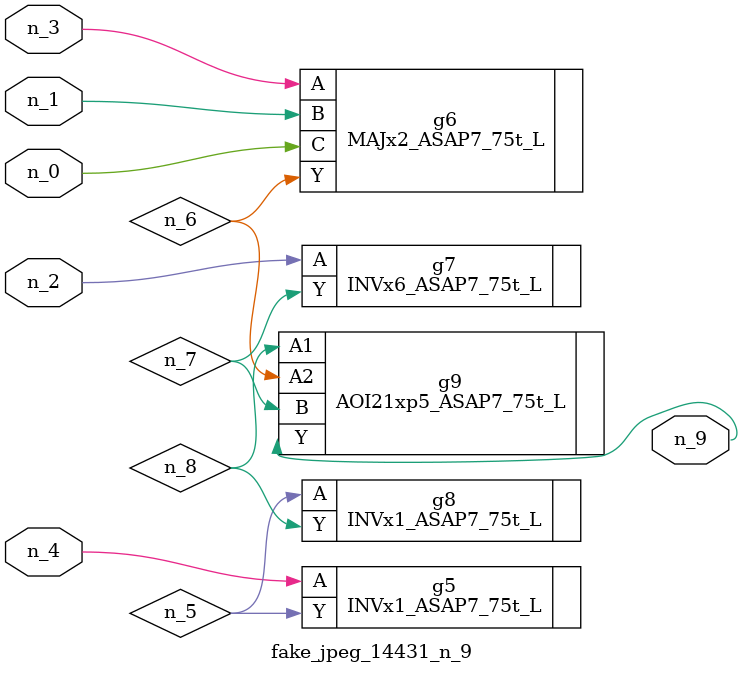
<source format=v>
module fake_jpeg_14431_n_9 (n_3, n_2, n_1, n_0, n_4, n_9);

input n_3;
input n_2;
input n_1;
input n_0;
input n_4;

output n_9;

wire n_8;
wire n_6;
wire n_5;
wire n_7;

INVx1_ASAP7_75t_L g5 ( 
.A(n_4),
.Y(n_5)
);

MAJx2_ASAP7_75t_L g6 ( 
.A(n_3),
.B(n_1),
.C(n_0),
.Y(n_6)
);

INVx6_ASAP7_75t_L g7 ( 
.A(n_2),
.Y(n_7)
);

INVx1_ASAP7_75t_L g8 ( 
.A(n_5),
.Y(n_8)
);

AOI21xp5_ASAP7_75t_L g9 ( 
.A1(n_8),
.A2(n_6),
.B(n_7),
.Y(n_9)
);


endmodule
</source>
